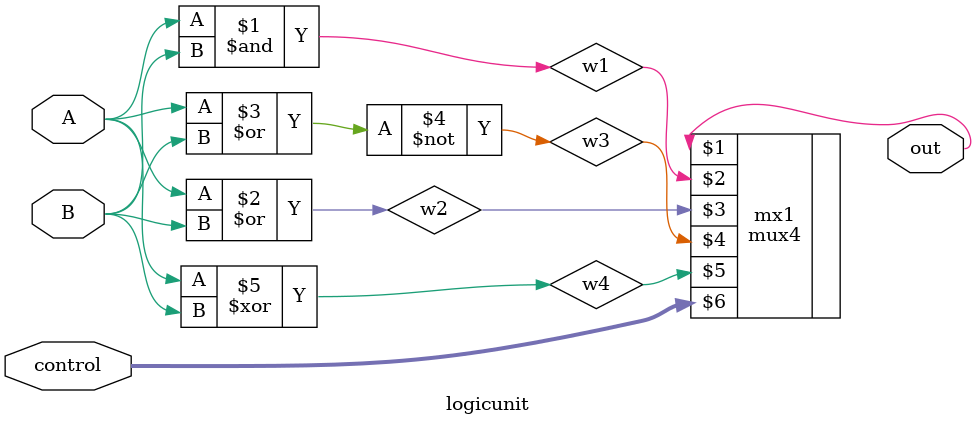
<source format=v>
module logicunit(out, A, B, control);
    output      out;
    input       A, B;
    input [1:0] control;
    wire w1, w2, w3, w4;

    and a1(w1, A, B);
    or o1(w2, A, B);
    nor n1(w3, A, B);
    xor x1(w4, A, B);

    mux4 mx1(out, w1, w2, w3, w4, control);

endmodule // logicunit

</source>
